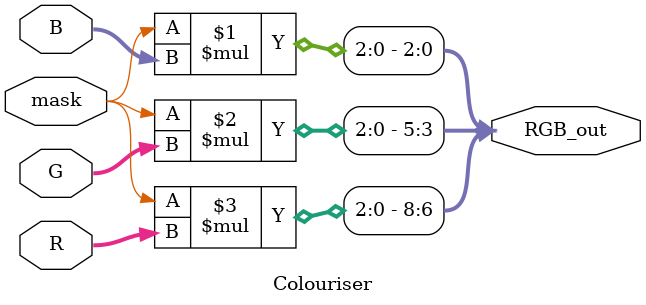
<source format=v>
`timescale 1ns / 1ps
module Colouriser(
    input mask,
    input [2:0] R,
    input [2:0] G,
    input [2:0] B,
	 output [8:0] RGB_out
    );
	 
	 
	 assign RGB_out = {mask*R, mask*G, mask*B};



endmodule

</source>
